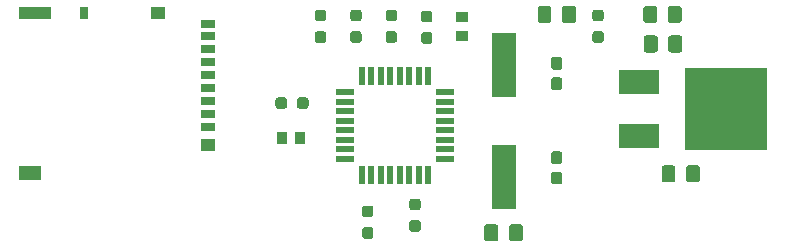
<source format=gbr>
G04 #@! TF.GenerationSoftware,KiCad,Pcbnew,(5.1.5)-3*
G04 #@! TF.CreationDate,2023-01-26T09:30:51+09:00*
G04 #@! TF.ProjectId,raspberrypi_zerow_uhat,72617370-6265-4727-9279-70695f7a6572,1.0*
G04 #@! TF.SameCoordinates,Original*
G04 #@! TF.FileFunction,Paste,Top*
G04 #@! TF.FilePolarity,Positive*
%FSLAX46Y46*%
G04 Gerber Fmt 4.6, Leading zero omitted, Abs format (unit mm)*
G04 Created by KiCad (PCBNEW (5.1.5)-3) date 2023-01-26 09:30:51*
%MOMM*%
%LPD*%
G04 APERTURE LIST*
%ADD10R,1.900000X1.300000*%
%ADD11R,2.800000X1.000000*%
%ADD12R,0.800000X1.000000*%
%ADD13R,1.200000X1.000000*%
%ADD14R,1.200000X0.700000*%
%ADD15R,2.000000X5.500000*%
%ADD16R,0.550000X1.500000*%
%ADD17R,1.500000X0.550000*%
%ADD18R,7.000000X7.000000*%
%ADD19R,3.500000X2.000000*%
%ADD20C,0.100000*%
%ADD21R,1.000000X0.820000*%
%ADD22R,0.820000X1.000000*%
G04 APERTURE END LIST*
D10*
X118932000Y-112968000D03*
D11*
X119382000Y-99468000D03*
D12*
X123532000Y-99468000D03*
D13*
X129732000Y-99468000D03*
X134032000Y-110618000D03*
D14*
X134032000Y-100418000D03*
X134032000Y-101368000D03*
X134032000Y-102468000D03*
X134032000Y-103568000D03*
X134032000Y-104668000D03*
X134032000Y-105768000D03*
X134032000Y-106868000D03*
X134032000Y-107968000D03*
X134032000Y-109068000D03*
D15*
X159032000Y-103818000D03*
X159032000Y-113318000D03*
D16*
X152632000Y-104768000D03*
D17*
X154032000Y-111768000D03*
X154032000Y-110968000D03*
X154032000Y-110168000D03*
X154032000Y-109368000D03*
X154032000Y-108568000D03*
X154032000Y-107768000D03*
X154032000Y-106968000D03*
X154032000Y-106168000D03*
D16*
X151832000Y-104768000D03*
X151032000Y-104768000D03*
X150232000Y-104768000D03*
X149432000Y-104768000D03*
X148632000Y-104768000D03*
X147832000Y-104768000D03*
X147032000Y-104768000D03*
D17*
X145632000Y-106168000D03*
X145632000Y-106968000D03*
X145632000Y-107768000D03*
X145632000Y-108568000D03*
X145632000Y-109368000D03*
X145632000Y-110168000D03*
X145632000Y-110968000D03*
X145632000Y-111768000D03*
D16*
X147032000Y-113168000D03*
X147832000Y-113168000D03*
X148632000Y-113168000D03*
X149432000Y-113168000D03*
X150232000Y-113168000D03*
X151032000Y-113168000D03*
X151832000Y-113168000D03*
X152632000Y-113168000D03*
D18*
X177857000Y-107568000D03*
D19*
X170457000Y-109848000D03*
X170457000Y-105268000D03*
D20*
G36*
X143792779Y-99169144D02*
G01*
X143815834Y-99172563D01*
X143838443Y-99178227D01*
X143860387Y-99186079D01*
X143881457Y-99196044D01*
X143901448Y-99208026D01*
X143920168Y-99221910D01*
X143937438Y-99237562D01*
X143953090Y-99254832D01*
X143966974Y-99273552D01*
X143978956Y-99293543D01*
X143988921Y-99314613D01*
X143996773Y-99336557D01*
X144002437Y-99359166D01*
X144005856Y-99382221D01*
X144007000Y-99405500D01*
X144007000Y-99905500D01*
X144005856Y-99928779D01*
X144002437Y-99951834D01*
X143996773Y-99974443D01*
X143988921Y-99996387D01*
X143978956Y-100017457D01*
X143966974Y-100037448D01*
X143953090Y-100056168D01*
X143937438Y-100073438D01*
X143920168Y-100089090D01*
X143901448Y-100102974D01*
X143881457Y-100114956D01*
X143860387Y-100124921D01*
X143838443Y-100132773D01*
X143815834Y-100138437D01*
X143792779Y-100141856D01*
X143769500Y-100143000D01*
X143294500Y-100143000D01*
X143271221Y-100141856D01*
X143248166Y-100138437D01*
X143225557Y-100132773D01*
X143203613Y-100124921D01*
X143182543Y-100114956D01*
X143162552Y-100102974D01*
X143143832Y-100089090D01*
X143126562Y-100073438D01*
X143110910Y-100056168D01*
X143097026Y-100037448D01*
X143085044Y-100017457D01*
X143075079Y-99996387D01*
X143067227Y-99974443D01*
X143061563Y-99951834D01*
X143058144Y-99928779D01*
X143057000Y-99905500D01*
X143057000Y-99405500D01*
X143058144Y-99382221D01*
X143061563Y-99359166D01*
X143067227Y-99336557D01*
X143075079Y-99314613D01*
X143085044Y-99293543D01*
X143097026Y-99273552D01*
X143110910Y-99254832D01*
X143126562Y-99237562D01*
X143143832Y-99221910D01*
X143162552Y-99208026D01*
X143182543Y-99196044D01*
X143203613Y-99186079D01*
X143225557Y-99178227D01*
X143248166Y-99172563D01*
X143271221Y-99169144D01*
X143294500Y-99168000D01*
X143769500Y-99168000D01*
X143792779Y-99169144D01*
G37*
G36*
X143792779Y-100994144D02*
G01*
X143815834Y-100997563D01*
X143838443Y-101003227D01*
X143860387Y-101011079D01*
X143881457Y-101021044D01*
X143901448Y-101033026D01*
X143920168Y-101046910D01*
X143937438Y-101062562D01*
X143953090Y-101079832D01*
X143966974Y-101098552D01*
X143978956Y-101118543D01*
X143988921Y-101139613D01*
X143996773Y-101161557D01*
X144002437Y-101184166D01*
X144005856Y-101207221D01*
X144007000Y-101230500D01*
X144007000Y-101730500D01*
X144005856Y-101753779D01*
X144002437Y-101776834D01*
X143996773Y-101799443D01*
X143988921Y-101821387D01*
X143978956Y-101842457D01*
X143966974Y-101862448D01*
X143953090Y-101881168D01*
X143937438Y-101898438D01*
X143920168Y-101914090D01*
X143901448Y-101927974D01*
X143881457Y-101939956D01*
X143860387Y-101949921D01*
X143838443Y-101957773D01*
X143815834Y-101963437D01*
X143792779Y-101966856D01*
X143769500Y-101968000D01*
X143294500Y-101968000D01*
X143271221Y-101966856D01*
X143248166Y-101963437D01*
X143225557Y-101957773D01*
X143203613Y-101949921D01*
X143182543Y-101939956D01*
X143162552Y-101927974D01*
X143143832Y-101914090D01*
X143126562Y-101898438D01*
X143110910Y-101881168D01*
X143097026Y-101862448D01*
X143085044Y-101842457D01*
X143075079Y-101821387D01*
X143067227Y-101799443D01*
X143061563Y-101776834D01*
X143058144Y-101753779D01*
X143057000Y-101730500D01*
X143057000Y-101230500D01*
X143058144Y-101207221D01*
X143061563Y-101184166D01*
X143067227Y-101161557D01*
X143075079Y-101139613D01*
X143085044Y-101118543D01*
X143097026Y-101098552D01*
X143110910Y-101079832D01*
X143126562Y-101062562D01*
X143143832Y-101046910D01*
X143162552Y-101033026D01*
X143182543Y-101021044D01*
X143203613Y-101011079D01*
X143225557Y-101003227D01*
X143248166Y-100997563D01*
X143271221Y-100994144D01*
X143294500Y-100993000D01*
X143769500Y-100993000D01*
X143792779Y-100994144D01*
G37*
G36*
X152792779Y-99257144D02*
G01*
X152815834Y-99260563D01*
X152838443Y-99266227D01*
X152860387Y-99274079D01*
X152881457Y-99284044D01*
X152901448Y-99296026D01*
X152920168Y-99309910D01*
X152937438Y-99325562D01*
X152953090Y-99342832D01*
X152966974Y-99361552D01*
X152978956Y-99381543D01*
X152988921Y-99402613D01*
X152996773Y-99424557D01*
X153002437Y-99447166D01*
X153005856Y-99470221D01*
X153007000Y-99493500D01*
X153007000Y-99993500D01*
X153005856Y-100016779D01*
X153002437Y-100039834D01*
X152996773Y-100062443D01*
X152988921Y-100084387D01*
X152978956Y-100105457D01*
X152966974Y-100125448D01*
X152953090Y-100144168D01*
X152937438Y-100161438D01*
X152920168Y-100177090D01*
X152901448Y-100190974D01*
X152881457Y-100202956D01*
X152860387Y-100212921D01*
X152838443Y-100220773D01*
X152815834Y-100226437D01*
X152792779Y-100229856D01*
X152769500Y-100231000D01*
X152294500Y-100231000D01*
X152271221Y-100229856D01*
X152248166Y-100226437D01*
X152225557Y-100220773D01*
X152203613Y-100212921D01*
X152182543Y-100202956D01*
X152162552Y-100190974D01*
X152143832Y-100177090D01*
X152126562Y-100161438D01*
X152110910Y-100144168D01*
X152097026Y-100125448D01*
X152085044Y-100105457D01*
X152075079Y-100084387D01*
X152067227Y-100062443D01*
X152061563Y-100039834D01*
X152058144Y-100016779D01*
X152057000Y-99993500D01*
X152057000Y-99493500D01*
X152058144Y-99470221D01*
X152061563Y-99447166D01*
X152067227Y-99424557D01*
X152075079Y-99402613D01*
X152085044Y-99381543D01*
X152097026Y-99361552D01*
X152110910Y-99342832D01*
X152126562Y-99325562D01*
X152143832Y-99309910D01*
X152162552Y-99296026D01*
X152182543Y-99284044D01*
X152203613Y-99274079D01*
X152225557Y-99266227D01*
X152248166Y-99260563D01*
X152271221Y-99257144D01*
X152294500Y-99256000D01*
X152769500Y-99256000D01*
X152792779Y-99257144D01*
G37*
G36*
X152792779Y-101082144D02*
G01*
X152815834Y-101085563D01*
X152838443Y-101091227D01*
X152860387Y-101099079D01*
X152881457Y-101109044D01*
X152901448Y-101121026D01*
X152920168Y-101134910D01*
X152937438Y-101150562D01*
X152953090Y-101167832D01*
X152966974Y-101186552D01*
X152978956Y-101206543D01*
X152988921Y-101227613D01*
X152996773Y-101249557D01*
X153002437Y-101272166D01*
X153005856Y-101295221D01*
X153007000Y-101318500D01*
X153007000Y-101818500D01*
X153005856Y-101841779D01*
X153002437Y-101864834D01*
X152996773Y-101887443D01*
X152988921Y-101909387D01*
X152978956Y-101930457D01*
X152966974Y-101950448D01*
X152953090Y-101969168D01*
X152937438Y-101986438D01*
X152920168Y-102002090D01*
X152901448Y-102015974D01*
X152881457Y-102027956D01*
X152860387Y-102037921D01*
X152838443Y-102045773D01*
X152815834Y-102051437D01*
X152792779Y-102054856D01*
X152769500Y-102056000D01*
X152294500Y-102056000D01*
X152271221Y-102054856D01*
X152248166Y-102051437D01*
X152225557Y-102045773D01*
X152203613Y-102037921D01*
X152182543Y-102027956D01*
X152162552Y-102015974D01*
X152143832Y-102002090D01*
X152126562Y-101986438D01*
X152110910Y-101969168D01*
X152097026Y-101950448D01*
X152085044Y-101930457D01*
X152075079Y-101909387D01*
X152067227Y-101887443D01*
X152061563Y-101864834D01*
X152058144Y-101841779D01*
X152057000Y-101818500D01*
X152057000Y-101318500D01*
X152058144Y-101295221D01*
X152061563Y-101272166D01*
X152067227Y-101249557D01*
X152075079Y-101227613D01*
X152085044Y-101206543D01*
X152097026Y-101186552D01*
X152110910Y-101167832D01*
X152126562Y-101150562D01*
X152143832Y-101134910D01*
X152162552Y-101121026D01*
X152182543Y-101109044D01*
X152203613Y-101099079D01*
X152225557Y-101091227D01*
X152248166Y-101085563D01*
X152271221Y-101082144D01*
X152294500Y-101081000D01*
X152769500Y-101081000D01*
X152792779Y-101082144D01*
G37*
G36*
X140480779Y-106594144D02*
G01*
X140503834Y-106597563D01*
X140526443Y-106603227D01*
X140548387Y-106611079D01*
X140569457Y-106621044D01*
X140589448Y-106633026D01*
X140608168Y-106646910D01*
X140625438Y-106662562D01*
X140641090Y-106679832D01*
X140654974Y-106698552D01*
X140666956Y-106718543D01*
X140676921Y-106739613D01*
X140684773Y-106761557D01*
X140690437Y-106784166D01*
X140693856Y-106807221D01*
X140695000Y-106830500D01*
X140695000Y-107305500D01*
X140693856Y-107328779D01*
X140690437Y-107351834D01*
X140684773Y-107374443D01*
X140676921Y-107396387D01*
X140666956Y-107417457D01*
X140654974Y-107437448D01*
X140641090Y-107456168D01*
X140625438Y-107473438D01*
X140608168Y-107489090D01*
X140589448Y-107502974D01*
X140569457Y-107514956D01*
X140548387Y-107524921D01*
X140526443Y-107532773D01*
X140503834Y-107538437D01*
X140480779Y-107541856D01*
X140457500Y-107543000D01*
X139957500Y-107543000D01*
X139934221Y-107541856D01*
X139911166Y-107538437D01*
X139888557Y-107532773D01*
X139866613Y-107524921D01*
X139845543Y-107514956D01*
X139825552Y-107502974D01*
X139806832Y-107489090D01*
X139789562Y-107473438D01*
X139773910Y-107456168D01*
X139760026Y-107437448D01*
X139748044Y-107417457D01*
X139738079Y-107396387D01*
X139730227Y-107374443D01*
X139724563Y-107351834D01*
X139721144Y-107328779D01*
X139720000Y-107305500D01*
X139720000Y-106830500D01*
X139721144Y-106807221D01*
X139724563Y-106784166D01*
X139730227Y-106761557D01*
X139738079Y-106739613D01*
X139748044Y-106718543D01*
X139760026Y-106698552D01*
X139773910Y-106679832D01*
X139789562Y-106662562D01*
X139806832Y-106646910D01*
X139825552Y-106633026D01*
X139845543Y-106621044D01*
X139866613Y-106611079D01*
X139888557Y-106603227D01*
X139911166Y-106597563D01*
X139934221Y-106594144D01*
X139957500Y-106593000D01*
X140457500Y-106593000D01*
X140480779Y-106594144D01*
G37*
G36*
X142305779Y-106594144D02*
G01*
X142328834Y-106597563D01*
X142351443Y-106603227D01*
X142373387Y-106611079D01*
X142394457Y-106621044D01*
X142414448Y-106633026D01*
X142433168Y-106646910D01*
X142450438Y-106662562D01*
X142466090Y-106679832D01*
X142479974Y-106698552D01*
X142491956Y-106718543D01*
X142501921Y-106739613D01*
X142509773Y-106761557D01*
X142515437Y-106784166D01*
X142518856Y-106807221D01*
X142520000Y-106830500D01*
X142520000Y-107305500D01*
X142518856Y-107328779D01*
X142515437Y-107351834D01*
X142509773Y-107374443D01*
X142501921Y-107396387D01*
X142491956Y-107417457D01*
X142479974Y-107437448D01*
X142466090Y-107456168D01*
X142450438Y-107473438D01*
X142433168Y-107489090D01*
X142414448Y-107502974D01*
X142394457Y-107514956D01*
X142373387Y-107524921D01*
X142351443Y-107532773D01*
X142328834Y-107538437D01*
X142305779Y-107541856D01*
X142282500Y-107543000D01*
X141782500Y-107543000D01*
X141759221Y-107541856D01*
X141736166Y-107538437D01*
X141713557Y-107532773D01*
X141691613Y-107524921D01*
X141670543Y-107514956D01*
X141650552Y-107502974D01*
X141631832Y-107489090D01*
X141614562Y-107473438D01*
X141598910Y-107456168D01*
X141585026Y-107437448D01*
X141573044Y-107417457D01*
X141563079Y-107396387D01*
X141555227Y-107374443D01*
X141549563Y-107351834D01*
X141546144Y-107328779D01*
X141545000Y-107305500D01*
X141545000Y-106830500D01*
X141546144Y-106807221D01*
X141549563Y-106784166D01*
X141555227Y-106761557D01*
X141563079Y-106739613D01*
X141573044Y-106718543D01*
X141585026Y-106698552D01*
X141598910Y-106679832D01*
X141614562Y-106662562D01*
X141631832Y-106646910D01*
X141650552Y-106633026D01*
X141670543Y-106621044D01*
X141691613Y-106611079D01*
X141713557Y-106603227D01*
X141736166Y-106597563D01*
X141759221Y-106594144D01*
X141782500Y-106593000D01*
X142282500Y-106593000D01*
X142305779Y-106594144D01*
G37*
G36*
X151792779Y-116994144D02*
G01*
X151815834Y-116997563D01*
X151838443Y-117003227D01*
X151860387Y-117011079D01*
X151881457Y-117021044D01*
X151901448Y-117033026D01*
X151920168Y-117046910D01*
X151937438Y-117062562D01*
X151953090Y-117079832D01*
X151966974Y-117098552D01*
X151978956Y-117118543D01*
X151988921Y-117139613D01*
X151996773Y-117161557D01*
X152002437Y-117184166D01*
X152005856Y-117207221D01*
X152007000Y-117230500D01*
X152007000Y-117730500D01*
X152005856Y-117753779D01*
X152002437Y-117776834D01*
X151996773Y-117799443D01*
X151988921Y-117821387D01*
X151978956Y-117842457D01*
X151966974Y-117862448D01*
X151953090Y-117881168D01*
X151937438Y-117898438D01*
X151920168Y-117914090D01*
X151901448Y-117927974D01*
X151881457Y-117939956D01*
X151860387Y-117949921D01*
X151838443Y-117957773D01*
X151815834Y-117963437D01*
X151792779Y-117966856D01*
X151769500Y-117968000D01*
X151294500Y-117968000D01*
X151271221Y-117966856D01*
X151248166Y-117963437D01*
X151225557Y-117957773D01*
X151203613Y-117949921D01*
X151182543Y-117939956D01*
X151162552Y-117927974D01*
X151143832Y-117914090D01*
X151126562Y-117898438D01*
X151110910Y-117881168D01*
X151097026Y-117862448D01*
X151085044Y-117842457D01*
X151075079Y-117821387D01*
X151067227Y-117799443D01*
X151061563Y-117776834D01*
X151058144Y-117753779D01*
X151057000Y-117730500D01*
X151057000Y-117230500D01*
X151058144Y-117207221D01*
X151061563Y-117184166D01*
X151067227Y-117161557D01*
X151075079Y-117139613D01*
X151085044Y-117118543D01*
X151097026Y-117098552D01*
X151110910Y-117079832D01*
X151126562Y-117062562D01*
X151143832Y-117046910D01*
X151162552Y-117033026D01*
X151182543Y-117021044D01*
X151203613Y-117011079D01*
X151225557Y-117003227D01*
X151248166Y-116997563D01*
X151271221Y-116994144D01*
X151294500Y-116993000D01*
X151769500Y-116993000D01*
X151792779Y-116994144D01*
G37*
G36*
X151792779Y-115169144D02*
G01*
X151815834Y-115172563D01*
X151838443Y-115178227D01*
X151860387Y-115186079D01*
X151881457Y-115196044D01*
X151901448Y-115208026D01*
X151920168Y-115221910D01*
X151937438Y-115237562D01*
X151953090Y-115254832D01*
X151966974Y-115273552D01*
X151978956Y-115293543D01*
X151988921Y-115314613D01*
X151996773Y-115336557D01*
X152002437Y-115359166D01*
X152005856Y-115382221D01*
X152007000Y-115405500D01*
X152007000Y-115905500D01*
X152005856Y-115928779D01*
X152002437Y-115951834D01*
X151996773Y-115974443D01*
X151988921Y-115996387D01*
X151978956Y-116017457D01*
X151966974Y-116037448D01*
X151953090Y-116056168D01*
X151937438Y-116073438D01*
X151920168Y-116089090D01*
X151901448Y-116102974D01*
X151881457Y-116114956D01*
X151860387Y-116124921D01*
X151838443Y-116132773D01*
X151815834Y-116138437D01*
X151792779Y-116141856D01*
X151769500Y-116143000D01*
X151294500Y-116143000D01*
X151271221Y-116141856D01*
X151248166Y-116138437D01*
X151225557Y-116132773D01*
X151203613Y-116124921D01*
X151182543Y-116114956D01*
X151162552Y-116102974D01*
X151143832Y-116089090D01*
X151126562Y-116073438D01*
X151110910Y-116056168D01*
X151097026Y-116037448D01*
X151085044Y-116017457D01*
X151075079Y-115996387D01*
X151067227Y-115974443D01*
X151061563Y-115951834D01*
X151058144Y-115928779D01*
X151057000Y-115905500D01*
X151057000Y-115405500D01*
X151058144Y-115382221D01*
X151061563Y-115359166D01*
X151067227Y-115336557D01*
X151075079Y-115314613D01*
X151085044Y-115293543D01*
X151097026Y-115273552D01*
X151110910Y-115254832D01*
X151126562Y-115237562D01*
X151143832Y-115221910D01*
X151162552Y-115208026D01*
X151182543Y-115196044D01*
X151203613Y-115186079D01*
X151225557Y-115178227D01*
X151248166Y-115172563D01*
X151271221Y-115169144D01*
X151294500Y-115168000D01*
X151769500Y-115168000D01*
X151792779Y-115169144D01*
G37*
G36*
X167292779Y-99169144D02*
G01*
X167315834Y-99172563D01*
X167338443Y-99178227D01*
X167360387Y-99186079D01*
X167381457Y-99196044D01*
X167401448Y-99208026D01*
X167420168Y-99221910D01*
X167437438Y-99237562D01*
X167453090Y-99254832D01*
X167466974Y-99273552D01*
X167478956Y-99293543D01*
X167488921Y-99314613D01*
X167496773Y-99336557D01*
X167502437Y-99359166D01*
X167505856Y-99382221D01*
X167507000Y-99405500D01*
X167507000Y-99905500D01*
X167505856Y-99928779D01*
X167502437Y-99951834D01*
X167496773Y-99974443D01*
X167488921Y-99996387D01*
X167478956Y-100017457D01*
X167466974Y-100037448D01*
X167453090Y-100056168D01*
X167437438Y-100073438D01*
X167420168Y-100089090D01*
X167401448Y-100102974D01*
X167381457Y-100114956D01*
X167360387Y-100124921D01*
X167338443Y-100132773D01*
X167315834Y-100138437D01*
X167292779Y-100141856D01*
X167269500Y-100143000D01*
X166794500Y-100143000D01*
X166771221Y-100141856D01*
X166748166Y-100138437D01*
X166725557Y-100132773D01*
X166703613Y-100124921D01*
X166682543Y-100114956D01*
X166662552Y-100102974D01*
X166643832Y-100089090D01*
X166626562Y-100073438D01*
X166610910Y-100056168D01*
X166597026Y-100037448D01*
X166585044Y-100017457D01*
X166575079Y-99996387D01*
X166567227Y-99974443D01*
X166561563Y-99951834D01*
X166558144Y-99928779D01*
X166557000Y-99905500D01*
X166557000Y-99405500D01*
X166558144Y-99382221D01*
X166561563Y-99359166D01*
X166567227Y-99336557D01*
X166575079Y-99314613D01*
X166585044Y-99293543D01*
X166597026Y-99273552D01*
X166610910Y-99254832D01*
X166626562Y-99237562D01*
X166643832Y-99221910D01*
X166662552Y-99208026D01*
X166682543Y-99196044D01*
X166703613Y-99186079D01*
X166725557Y-99178227D01*
X166748166Y-99172563D01*
X166771221Y-99169144D01*
X166794500Y-99168000D01*
X167269500Y-99168000D01*
X167292779Y-99169144D01*
G37*
G36*
X167292779Y-100994144D02*
G01*
X167315834Y-100997563D01*
X167338443Y-101003227D01*
X167360387Y-101011079D01*
X167381457Y-101021044D01*
X167401448Y-101033026D01*
X167420168Y-101046910D01*
X167437438Y-101062562D01*
X167453090Y-101079832D01*
X167466974Y-101098552D01*
X167478956Y-101118543D01*
X167488921Y-101139613D01*
X167496773Y-101161557D01*
X167502437Y-101184166D01*
X167505856Y-101207221D01*
X167507000Y-101230500D01*
X167507000Y-101730500D01*
X167505856Y-101753779D01*
X167502437Y-101776834D01*
X167496773Y-101799443D01*
X167488921Y-101821387D01*
X167478956Y-101842457D01*
X167466974Y-101862448D01*
X167453090Y-101881168D01*
X167437438Y-101898438D01*
X167420168Y-101914090D01*
X167401448Y-101927974D01*
X167381457Y-101939956D01*
X167360387Y-101949921D01*
X167338443Y-101957773D01*
X167315834Y-101963437D01*
X167292779Y-101966856D01*
X167269500Y-101968000D01*
X166794500Y-101968000D01*
X166771221Y-101966856D01*
X166748166Y-101963437D01*
X166725557Y-101957773D01*
X166703613Y-101949921D01*
X166682543Y-101939956D01*
X166662552Y-101927974D01*
X166643832Y-101914090D01*
X166626562Y-101898438D01*
X166610910Y-101881168D01*
X166597026Y-101862448D01*
X166585044Y-101842457D01*
X166575079Y-101821387D01*
X166567227Y-101799443D01*
X166561563Y-101776834D01*
X166558144Y-101753779D01*
X166557000Y-101730500D01*
X166557000Y-101230500D01*
X166558144Y-101207221D01*
X166561563Y-101184166D01*
X166567227Y-101161557D01*
X166575079Y-101139613D01*
X166585044Y-101118543D01*
X166597026Y-101098552D01*
X166610910Y-101079832D01*
X166626562Y-101062562D01*
X166643832Y-101046910D01*
X166662552Y-101033026D01*
X166682543Y-101021044D01*
X166703613Y-101011079D01*
X166725557Y-101003227D01*
X166748166Y-100997563D01*
X166771221Y-100994144D01*
X166794500Y-100993000D01*
X167269500Y-100993000D01*
X167292779Y-100994144D01*
G37*
G36*
X146792779Y-99169144D02*
G01*
X146815834Y-99172563D01*
X146838443Y-99178227D01*
X146860387Y-99186079D01*
X146881457Y-99196044D01*
X146901448Y-99208026D01*
X146920168Y-99221910D01*
X146937438Y-99237562D01*
X146953090Y-99254832D01*
X146966974Y-99273552D01*
X146978956Y-99293543D01*
X146988921Y-99314613D01*
X146996773Y-99336557D01*
X147002437Y-99359166D01*
X147005856Y-99382221D01*
X147007000Y-99405500D01*
X147007000Y-99905500D01*
X147005856Y-99928779D01*
X147002437Y-99951834D01*
X146996773Y-99974443D01*
X146988921Y-99996387D01*
X146978956Y-100017457D01*
X146966974Y-100037448D01*
X146953090Y-100056168D01*
X146937438Y-100073438D01*
X146920168Y-100089090D01*
X146901448Y-100102974D01*
X146881457Y-100114956D01*
X146860387Y-100124921D01*
X146838443Y-100132773D01*
X146815834Y-100138437D01*
X146792779Y-100141856D01*
X146769500Y-100143000D01*
X146294500Y-100143000D01*
X146271221Y-100141856D01*
X146248166Y-100138437D01*
X146225557Y-100132773D01*
X146203613Y-100124921D01*
X146182543Y-100114956D01*
X146162552Y-100102974D01*
X146143832Y-100089090D01*
X146126562Y-100073438D01*
X146110910Y-100056168D01*
X146097026Y-100037448D01*
X146085044Y-100017457D01*
X146075079Y-99996387D01*
X146067227Y-99974443D01*
X146061563Y-99951834D01*
X146058144Y-99928779D01*
X146057000Y-99905500D01*
X146057000Y-99405500D01*
X146058144Y-99382221D01*
X146061563Y-99359166D01*
X146067227Y-99336557D01*
X146075079Y-99314613D01*
X146085044Y-99293543D01*
X146097026Y-99273552D01*
X146110910Y-99254832D01*
X146126562Y-99237562D01*
X146143832Y-99221910D01*
X146162552Y-99208026D01*
X146182543Y-99196044D01*
X146203613Y-99186079D01*
X146225557Y-99178227D01*
X146248166Y-99172563D01*
X146271221Y-99169144D01*
X146294500Y-99168000D01*
X146769500Y-99168000D01*
X146792779Y-99169144D01*
G37*
G36*
X146792779Y-100994144D02*
G01*
X146815834Y-100997563D01*
X146838443Y-101003227D01*
X146860387Y-101011079D01*
X146881457Y-101021044D01*
X146901448Y-101033026D01*
X146920168Y-101046910D01*
X146937438Y-101062562D01*
X146953090Y-101079832D01*
X146966974Y-101098552D01*
X146978956Y-101118543D01*
X146988921Y-101139613D01*
X146996773Y-101161557D01*
X147002437Y-101184166D01*
X147005856Y-101207221D01*
X147007000Y-101230500D01*
X147007000Y-101730500D01*
X147005856Y-101753779D01*
X147002437Y-101776834D01*
X146996773Y-101799443D01*
X146988921Y-101821387D01*
X146978956Y-101842457D01*
X146966974Y-101862448D01*
X146953090Y-101881168D01*
X146937438Y-101898438D01*
X146920168Y-101914090D01*
X146901448Y-101927974D01*
X146881457Y-101939956D01*
X146860387Y-101949921D01*
X146838443Y-101957773D01*
X146815834Y-101963437D01*
X146792779Y-101966856D01*
X146769500Y-101968000D01*
X146294500Y-101968000D01*
X146271221Y-101966856D01*
X146248166Y-101963437D01*
X146225557Y-101957773D01*
X146203613Y-101949921D01*
X146182543Y-101939956D01*
X146162552Y-101927974D01*
X146143832Y-101914090D01*
X146126562Y-101898438D01*
X146110910Y-101881168D01*
X146097026Y-101862448D01*
X146085044Y-101842457D01*
X146075079Y-101821387D01*
X146067227Y-101799443D01*
X146061563Y-101776834D01*
X146058144Y-101753779D01*
X146057000Y-101730500D01*
X146057000Y-101230500D01*
X146058144Y-101207221D01*
X146061563Y-101184166D01*
X146067227Y-101161557D01*
X146075079Y-101139613D01*
X146085044Y-101118543D01*
X146097026Y-101098552D01*
X146110910Y-101079832D01*
X146126562Y-101062562D01*
X146143832Y-101046910D01*
X146162552Y-101033026D01*
X146182543Y-101021044D01*
X146203613Y-101011079D01*
X146225557Y-101003227D01*
X146248166Y-100997563D01*
X146271221Y-100994144D01*
X146294500Y-100993000D01*
X146769500Y-100993000D01*
X146792779Y-100994144D01*
G37*
G36*
X149792779Y-99169144D02*
G01*
X149815834Y-99172563D01*
X149838443Y-99178227D01*
X149860387Y-99186079D01*
X149881457Y-99196044D01*
X149901448Y-99208026D01*
X149920168Y-99221910D01*
X149937438Y-99237562D01*
X149953090Y-99254832D01*
X149966974Y-99273552D01*
X149978956Y-99293543D01*
X149988921Y-99314613D01*
X149996773Y-99336557D01*
X150002437Y-99359166D01*
X150005856Y-99382221D01*
X150007000Y-99405500D01*
X150007000Y-99905500D01*
X150005856Y-99928779D01*
X150002437Y-99951834D01*
X149996773Y-99974443D01*
X149988921Y-99996387D01*
X149978956Y-100017457D01*
X149966974Y-100037448D01*
X149953090Y-100056168D01*
X149937438Y-100073438D01*
X149920168Y-100089090D01*
X149901448Y-100102974D01*
X149881457Y-100114956D01*
X149860387Y-100124921D01*
X149838443Y-100132773D01*
X149815834Y-100138437D01*
X149792779Y-100141856D01*
X149769500Y-100143000D01*
X149294500Y-100143000D01*
X149271221Y-100141856D01*
X149248166Y-100138437D01*
X149225557Y-100132773D01*
X149203613Y-100124921D01*
X149182543Y-100114956D01*
X149162552Y-100102974D01*
X149143832Y-100089090D01*
X149126562Y-100073438D01*
X149110910Y-100056168D01*
X149097026Y-100037448D01*
X149085044Y-100017457D01*
X149075079Y-99996387D01*
X149067227Y-99974443D01*
X149061563Y-99951834D01*
X149058144Y-99928779D01*
X149057000Y-99905500D01*
X149057000Y-99405500D01*
X149058144Y-99382221D01*
X149061563Y-99359166D01*
X149067227Y-99336557D01*
X149075079Y-99314613D01*
X149085044Y-99293543D01*
X149097026Y-99273552D01*
X149110910Y-99254832D01*
X149126562Y-99237562D01*
X149143832Y-99221910D01*
X149162552Y-99208026D01*
X149182543Y-99196044D01*
X149203613Y-99186079D01*
X149225557Y-99178227D01*
X149248166Y-99172563D01*
X149271221Y-99169144D01*
X149294500Y-99168000D01*
X149769500Y-99168000D01*
X149792779Y-99169144D01*
G37*
G36*
X149792779Y-100994144D02*
G01*
X149815834Y-100997563D01*
X149838443Y-101003227D01*
X149860387Y-101011079D01*
X149881457Y-101021044D01*
X149901448Y-101033026D01*
X149920168Y-101046910D01*
X149937438Y-101062562D01*
X149953090Y-101079832D01*
X149966974Y-101098552D01*
X149978956Y-101118543D01*
X149988921Y-101139613D01*
X149996773Y-101161557D01*
X150002437Y-101184166D01*
X150005856Y-101207221D01*
X150007000Y-101230500D01*
X150007000Y-101730500D01*
X150005856Y-101753779D01*
X150002437Y-101776834D01*
X149996773Y-101799443D01*
X149988921Y-101821387D01*
X149978956Y-101842457D01*
X149966974Y-101862448D01*
X149953090Y-101881168D01*
X149937438Y-101898438D01*
X149920168Y-101914090D01*
X149901448Y-101927974D01*
X149881457Y-101939956D01*
X149860387Y-101949921D01*
X149838443Y-101957773D01*
X149815834Y-101963437D01*
X149792779Y-101966856D01*
X149769500Y-101968000D01*
X149294500Y-101968000D01*
X149271221Y-101966856D01*
X149248166Y-101963437D01*
X149225557Y-101957773D01*
X149203613Y-101949921D01*
X149182543Y-101939956D01*
X149162552Y-101927974D01*
X149143832Y-101914090D01*
X149126562Y-101898438D01*
X149110910Y-101881168D01*
X149097026Y-101862448D01*
X149085044Y-101842457D01*
X149075079Y-101821387D01*
X149067227Y-101799443D01*
X149061563Y-101776834D01*
X149058144Y-101753779D01*
X149057000Y-101730500D01*
X149057000Y-101230500D01*
X149058144Y-101207221D01*
X149061563Y-101184166D01*
X149067227Y-101161557D01*
X149075079Y-101139613D01*
X149085044Y-101118543D01*
X149097026Y-101098552D01*
X149110910Y-101079832D01*
X149126562Y-101062562D01*
X149143832Y-101046910D01*
X149162552Y-101033026D01*
X149182543Y-101021044D01*
X149203613Y-101011079D01*
X149225557Y-101003227D01*
X149248166Y-100997563D01*
X149271221Y-100994144D01*
X149294500Y-100993000D01*
X149769500Y-100993000D01*
X149792779Y-100994144D01*
G37*
G36*
X147792779Y-115757144D02*
G01*
X147815834Y-115760563D01*
X147838443Y-115766227D01*
X147860387Y-115774079D01*
X147881457Y-115784044D01*
X147901448Y-115796026D01*
X147920168Y-115809910D01*
X147937438Y-115825562D01*
X147953090Y-115842832D01*
X147966974Y-115861552D01*
X147978956Y-115881543D01*
X147988921Y-115902613D01*
X147996773Y-115924557D01*
X148002437Y-115947166D01*
X148005856Y-115970221D01*
X148007000Y-115993500D01*
X148007000Y-116493500D01*
X148005856Y-116516779D01*
X148002437Y-116539834D01*
X147996773Y-116562443D01*
X147988921Y-116584387D01*
X147978956Y-116605457D01*
X147966974Y-116625448D01*
X147953090Y-116644168D01*
X147937438Y-116661438D01*
X147920168Y-116677090D01*
X147901448Y-116690974D01*
X147881457Y-116702956D01*
X147860387Y-116712921D01*
X147838443Y-116720773D01*
X147815834Y-116726437D01*
X147792779Y-116729856D01*
X147769500Y-116731000D01*
X147294500Y-116731000D01*
X147271221Y-116729856D01*
X147248166Y-116726437D01*
X147225557Y-116720773D01*
X147203613Y-116712921D01*
X147182543Y-116702956D01*
X147162552Y-116690974D01*
X147143832Y-116677090D01*
X147126562Y-116661438D01*
X147110910Y-116644168D01*
X147097026Y-116625448D01*
X147085044Y-116605457D01*
X147075079Y-116584387D01*
X147067227Y-116562443D01*
X147061563Y-116539834D01*
X147058144Y-116516779D01*
X147057000Y-116493500D01*
X147057000Y-115993500D01*
X147058144Y-115970221D01*
X147061563Y-115947166D01*
X147067227Y-115924557D01*
X147075079Y-115902613D01*
X147085044Y-115881543D01*
X147097026Y-115861552D01*
X147110910Y-115842832D01*
X147126562Y-115825562D01*
X147143832Y-115809910D01*
X147162552Y-115796026D01*
X147182543Y-115784044D01*
X147203613Y-115774079D01*
X147225557Y-115766227D01*
X147248166Y-115760563D01*
X147271221Y-115757144D01*
X147294500Y-115756000D01*
X147769500Y-115756000D01*
X147792779Y-115757144D01*
G37*
G36*
X147792779Y-117582144D02*
G01*
X147815834Y-117585563D01*
X147838443Y-117591227D01*
X147860387Y-117599079D01*
X147881457Y-117609044D01*
X147901448Y-117621026D01*
X147920168Y-117634910D01*
X147937438Y-117650562D01*
X147953090Y-117667832D01*
X147966974Y-117686552D01*
X147978956Y-117706543D01*
X147988921Y-117727613D01*
X147996773Y-117749557D01*
X148002437Y-117772166D01*
X148005856Y-117795221D01*
X148007000Y-117818500D01*
X148007000Y-118318500D01*
X148005856Y-118341779D01*
X148002437Y-118364834D01*
X147996773Y-118387443D01*
X147988921Y-118409387D01*
X147978956Y-118430457D01*
X147966974Y-118450448D01*
X147953090Y-118469168D01*
X147937438Y-118486438D01*
X147920168Y-118502090D01*
X147901448Y-118515974D01*
X147881457Y-118527956D01*
X147860387Y-118537921D01*
X147838443Y-118545773D01*
X147815834Y-118551437D01*
X147792779Y-118554856D01*
X147769500Y-118556000D01*
X147294500Y-118556000D01*
X147271221Y-118554856D01*
X147248166Y-118551437D01*
X147225557Y-118545773D01*
X147203613Y-118537921D01*
X147182543Y-118527956D01*
X147162552Y-118515974D01*
X147143832Y-118502090D01*
X147126562Y-118486438D01*
X147110910Y-118469168D01*
X147097026Y-118450448D01*
X147085044Y-118430457D01*
X147075079Y-118409387D01*
X147067227Y-118387443D01*
X147061563Y-118364834D01*
X147058144Y-118341779D01*
X147057000Y-118318500D01*
X147057000Y-117818500D01*
X147058144Y-117795221D01*
X147061563Y-117772166D01*
X147067227Y-117749557D01*
X147075079Y-117727613D01*
X147085044Y-117706543D01*
X147097026Y-117686552D01*
X147110910Y-117667832D01*
X147126562Y-117650562D01*
X147143832Y-117634910D01*
X147162552Y-117621026D01*
X147182543Y-117609044D01*
X147203613Y-117599079D01*
X147225557Y-117591227D01*
X147248166Y-117585563D01*
X147271221Y-117582144D01*
X147294500Y-117581000D01*
X147769500Y-117581000D01*
X147792779Y-117582144D01*
G37*
D21*
X155532000Y-99768000D03*
X155532000Y-101368000D03*
D22*
X140232000Y-110068000D03*
X141832000Y-110068000D03*
D20*
G36*
X158356504Y-117344204D02*
G01*
X158380773Y-117347804D01*
X158404571Y-117353765D01*
X158427671Y-117362030D01*
X158449849Y-117372520D01*
X158470893Y-117385133D01*
X158490598Y-117399747D01*
X158508777Y-117416223D01*
X158525253Y-117434402D01*
X158539867Y-117454107D01*
X158552480Y-117475151D01*
X158562970Y-117497329D01*
X158571235Y-117520429D01*
X158577196Y-117544227D01*
X158580796Y-117568496D01*
X158582000Y-117593000D01*
X158582000Y-118543000D01*
X158580796Y-118567504D01*
X158577196Y-118591773D01*
X158571235Y-118615571D01*
X158562970Y-118638671D01*
X158552480Y-118660849D01*
X158539867Y-118681893D01*
X158525253Y-118701598D01*
X158508777Y-118719777D01*
X158490598Y-118736253D01*
X158470893Y-118750867D01*
X158449849Y-118763480D01*
X158427671Y-118773970D01*
X158404571Y-118782235D01*
X158380773Y-118788196D01*
X158356504Y-118791796D01*
X158332000Y-118793000D01*
X157657000Y-118793000D01*
X157632496Y-118791796D01*
X157608227Y-118788196D01*
X157584429Y-118782235D01*
X157561329Y-118773970D01*
X157539151Y-118763480D01*
X157518107Y-118750867D01*
X157498402Y-118736253D01*
X157480223Y-118719777D01*
X157463747Y-118701598D01*
X157449133Y-118681893D01*
X157436520Y-118660849D01*
X157426030Y-118638671D01*
X157417765Y-118615571D01*
X157411804Y-118591773D01*
X157408204Y-118567504D01*
X157407000Y-118543000D01*
X157407000Y-117593000D01*
X157408204Y-117568496D01*
X157411804Y-117544227D01*
X157417765Y-117520429D01*
X157426030Y-117497329D01*
X157436520Y-117475151D01*
X157449133Y-117454107D01*
X157463747Y-117434402D01*
X157480223Y-117416223D01*
X157498402Y-117399747D01*
X157518107Y-117385133D01*
X157539151Y-117372520D01*
X157561329Y-117362030D01*
X157584429Y-117353765D01*
X157608227Y-117347804D01*
X157632496Y-117344204D01*
X157657000Y-117343000D01*
X158332000Y-117343000D01*
X158356504Y-117344204D01*
G37*
G36*
X160431504Y-117344204D02*
G01*
X160455773Y-117347804D01*
X160479571Y-117353765D01*
X160502671Y-117362030D01*
X160524849Y-117372520D01*
X160545893Y-117385133D01*
X160565598Y-117399747D01*
X160583777Y-117416223D01*
X160600253Y-117434402D01*
X160614867Y-117454107D01*
X160627480Y-117475151D01*
X160637970Y-117497329D01*
X160646235Y-117520429D01*
X160652196Y-117544227D01*
X160655796Y-117568496D01*
X160657000Y-117593000D01*
X160657000Y-118543000D01*
X160655796Y-118567504D01*
X160652196Y-118591773D01*
X160646235Y-118615571D01*
X160637970Y-118638671D01*
X160627480Y-118660849D01*
X160614867Y-118681893D01*
X160600253Y-118701598D01*
X160583777Y-118719777D01*
X160565598Y-118736253D01*
X160545893Y-118750867D01*
X160524849Y-118763480D01*
X160502671Y-118773970D01*
X160479571Y-118782235D01*
X160455773Y-118788196D01*
X160431504Y-118791796D01*
X160407000Y-118793000D01*
X159732000Y-118793000D01*
X159707496Y-118791796D01*
X159683227Y-118788196D01*
X159659429Y-118782235D01*
X159636329Y-118773970D01*
X159614151Y-118763480D01*
X159593107Y-118750867D01*
X159573402Y-118736253D01*
X159555223Y-118719777D01*
X159538747Y-118701598D01*
X159524133Y-118681893D01*
X159511520Y-118660849D01*
X159501030Y-118638671D01*
X159492765Y-118615571D01*
X159486804Y-118591773D01*
X159483204Y-118567504D01*
X159482000Y-118543000D01*
X159482000Y-117593000D01*
X159483204Y-117568496D01*
X159486804Y-117544227D01*
X159492765Y-117520429D01*
X159501030Y-117497329D01*
X159511520Y-117475151D01*
X159524133Y-117454107D01*
X159538747Y-117434402D01*
X159555223Y-117416223D01*
X159573402Y-117399747D01*
X159593107Y-117385133D01*
X159614151Y-117372520D01*
X159636329Y-117362030D01*
X159659429Y-117353765D01*
X159683227Y-117347804D01*
X159707496Y-117344204D01*
X159732000Y-117343000D01*
X160407000Y-117343000D01*
X160431504Y-117344204D01*
G37*
G36*
X163792779Y-103169144D02*
G01*
X163815834Y-103172563D01*
X163838443Y-103178227D01*
X163860387Y-103186079D01*
X163881457Y-103196044D01*
X163901448Y-103208026D01*
X163920168Y-103221910D01*
X163937438Y-103237562D01*
X163953090Y-103254832D01*
X163966974Y-103273552D01*
X163978956Y-103293543D01*
X163988921Y-103314613D01*
X163996773Y-103336557D01*
X164002437Y-103359166D01*
X164005856Y-103382221D01*
X164007000Y-103405500D01*
X164007000Y-104005500D01*
X164005856Y-104028779D01*
X164002437Y-104051834D01*
X163996773Y-104074443D01*
X163988921Y-104096387D01*
X163978956Y-104117457D01*
X163966974Y-104137448D01*
X163953090Y-104156168D01*
X163937438Y-104173438D01*
X163920168Y-104189090D01*
X163901448Y-104202974D01*
X163881457Y-104214956D01*
X163860387Y-104224921D01*
X163838443Y-104232773D01*
X163815834Y-104238437D01*
X163792779Y-104241856D01*
X163769500Y-104243000D01*
X163294500Y-104243000D01*
X163271221Y-104241856D01*
X163248166Y-104238437D01*
X163225557Y-104232773D01*
X163203613Y-104224921D01*
X163182543Y-104214956D01*
X163162552Y-104202974D01*
X163143832Y-104189090D01*
X163126562Y-104173438D01*
X163110910Y-104156168D01*
X163097026Y-104137448D01*
X163085044Y-104117457D01*
X163075079Y-104096387D01*
X163067227Y-104074443D01*
X163061563Y-104051834D01*
X163058144Y-104028779D01*
X163057000Y-104005500D01*
X163057000Y-103405500D01*
X163058144Y-103382221D01*
X163061563Y-103359166D01*
X163067227Y-103336557D01*
X163075079Y-103314613D01*
X163085044Y-103293543D01*
X163097026Y-103273552D01*
X163110910Y-103254832D01*
X163126562Y-103237562D01*
X163143832Y-103221910D01*
X163162552Y-103208026D01*
X163182543Y-103196044D01*
X163203613Y-103186079D01*
X163225557Y-103178227D01*
X163248166Y-103172563D01*
X163271221Y-103169144D01*
X163294500Y-103168000D01*
X163769500Y-103168000D01*
X163792779Y-103169144D01*
G37*
G36*
X163792779Y-104894144D02*
G01*
X163815834Y-104897563D01*
X163838443Y-104903227D01*
X163860387Y-104911079D01*
X163881457Y-104921044D01*
X163901448Y-104933026D01*
X163920168Y-104946910D01*
X163937438Y-104962562D01*
X163953090Y-104979832D01*
X163966974Y-104998552D01*
X163978956Y-105018543D01*
X163988921Y-105039613D01*
X163996773Y-105061557D01*
X164002437Y-105084166D01*
X164005856Y-105107221D01*
X164007000Y-105130500D01*
X164007000Y-105730500D01*
X164005856Y-105753779D01*
X164002437Y-105776834D01*
X163996773Y-105799443D01*
X163988921Y-105821387D01*
X163978956Y-105842457D01*
X163966974Y-105862448D01*
X163953090Y-105881168D01*
X163937438Y-105898438D01*
X163920168Y-105914090D01*
X163901448Y-105927974D01*
X163881457Y-105939956D01*
X163860387Y-105949921D01*
X163838443Y-105957773D01*
X163815834Y-105963437D01*
X163792779Y-105966856D01*
X163769500Y-105968000D01*
X163294500Y-105968000D01*
X163271221Y-105966856D01*
X163248166Y-105963437D01*
X163225557Y-105957773D01*
X163203613Y-105949921D01*
X163182543Y-105939956D01*
X163162552Y-105927974D01*
X163143832Y-105914090D01*
X163126562Y-105898438D01*
X163110910Y-105881168D01*
X163097026Y-105862448D01*
X163085044Y-105842457D01*
X163075079Y-105821387D01*
X163067227Y-105799443D01*
X163061563Y-105776834D01*
X163058144Y-105753779D01*
X163057000Y-105730500D01*
X163057000Y-105130500D01*
X163058144Y-105107221D01*
X163061563Y-105084166D01*
X163067227Y-105061557D01*
X163075079Y-105039613D01*
X163085044Y-105018543D01*
X163097026Y-104998552D01*
X163110910Y-104979832D01*
X163126562Y-104962562D01*
X163143832Y-104946910D01*
X163162552Y-104933026D01*
X163182543Y-104921044D01*
X163203613Y-104911079D01*
X163225557Y-104903227D01*
X163248166Y-104897563D01*
X163271221Y-104894144D01*
X163294500Y-104893000D01*
X163769500Y-104893000D01*
X163792779Y-104894144D01*
G37*
G36*
X163792779Y-112894144D02*
G01*
X163815834Y-112897563D01*
X163838443Y-112903227D01*
X163860387Y-112911079D01*
X163881457Y-112921044D01*
X163901448Y-112933026D01*
X163920168Y-112946910D01*
X163937438Y-112962562D01*
X163953090Y-112979832D01*
X163966974Y-112998552D01*
X163978956Y-113018543D01*
X163988921Y-113039613D01*
X163996773Y-113061557D01*
X164002437Y-113084166D01*
X164005856Y-113107221D01*
X164007000Y-113130500D01*
X164007000Y-113730500D01*
X164005856Y-113753779D01*
X164002437Y-113776834D01*
X163996773Y-113799443D01*
X163988921Y-113821387D01*
X163978956Y-113842457D01*
X163966974Y-113862448D01*
X163953090Y-113881168D01*
X163937438Y-113898438D01*
X163920168Y-113914090D01*
X163901448Y-113927974D01*
X163881457Y-113939956D01*
X163860387Y-113949921D01*
X163838443Y-113957773D01*
X163815834Y-113963437D01*
X163792779Y-113966856D01*
X163769500Y-113968000D01*
X163294500Y-113968000D01*
X163271221Y-113966856D01*
X163248166Y-113963437D01*
X163225557Y-113957773D01*
X163203613Y-113949921D01*
X163182543Y-113939956D01*
X163162552Y-113927974D01*
X163143832Y-113914090D01*
X163126562Y-113898438D01*
X163110910Y-113881168D01*
X163097026Y-113862448D01*
X163085044Y-113842457D01*
X163075079Y-113821387D01*
X163067227Y-113799443D01*
X163061563Y-113776834D01*
X163058144Y-113753779D01*
X163057000Y-113730500D01*
X163057000Y-113130500D01*
X163058144Y-113107221D01*
X163061563Y-113084166D01*
X163067227Y-113061557D01*
X163075079Y-113039613D01*
X163085044Y-113018543D01*
X163097026Y-112998552D01*
X163110910Y-112979832D01*
X163126562Y-112962562D01*
X163143832Y-112946910D01*
X163162552Y-112933026D01*
X163182543Y-112921044D01*
X163203613Y-112911079D01*
X163225557Y-112903227D01*
X163248166Y-112897563D01*
X163271221Y-112894144D01*
X163294500Y-112893000D01*
X163769500Y-112893000D01*
X163792779Y-112894144D01*
G37*
G36*
X163792779Y-111169144D02*
G01*
X163815834Y-111172563D01*
X163838443Y-111178227D01*
X163860387Y-111186079D01*
X163881457Y-111196044D01*
X163901448Y-111208026D01*
X163920168Y-111221910D01*
X163937438Y-111237562D01*
X163953090Y-111254832D01*
X163966974Y-111273552D01*
X163978956Y-111293543D01*
X163988921Y-111314613D01*
X163996773Y-111336557D01*
X164002437Y-111359166D01*
X164005856Y-111382221D01*
X164007000Y-111405500D01*
X164007000Y-112005500D01*
X164005856Y-112028779D01*
X164002437Y-112051834D01*
X163996773Y-112074443D01*
X163988921Y-112096387D01*
X163978956Y-112117457D01*
X163966974Y-112137448D01*
X163953090Y-112156168D01*
X163937438Y-112173438D01*
X163920168Y-112189090D01*
X163901448Y-112202974D01*
X163881457Y-112214956D01*
X163860387Y-112224921D01*
X163838443Y-112232773D01*
X163815834Y-112238437D01*
X163792779Y-112241856D01*
X163769500Y-112243000D01*
X163294500Y-112243000D01*
X163271221Y-112241856D01*
X163248166Y-112238437D01*
X163225557Y-112232773D01*
X163203613Y-112224921D01*
X163182543Y-112214956D01*
X163162552Y-112202974D01*
X163143832Y-112189090D01*
X163126562Y-112173438D01*
X163110910Y-112156168D01*
X163097026Y-112137448D01*
X163085044Y-112117457D01*
X163075079Y-112096387D01*
X163067227Y-112074443D01*
X163061563Y-112051834D01*
X163058144Y-112028779D01*
X163057000Y-112005500D01*
X163057000Y-111405500D01*
X163058144Y-111382221D01*
X163061563Y-111359166D01*
X163067227Y-111336557D01*
X163075079Y-111314613D01*
X163085044Y-111293543D01*
X163097026Y-111273552D01*
X163110910Y-111254832D01*
X163126562Y-111237562D01*
X163143832Y-111221910D01*
X163162552Y-111208026D01*
X163182543Y-111196044D01*
X163203613Y-111186079D01*
X163225557Y-111178227D01*
X163248166Y-111172563D01*
X163271221Y-111169144D01*
X163294500Y-111168000D01*
X163769500Y-111168000D01*
X163792779Y-111169144D01*
G37*
G36*
X171856504Y-101344204D02*
G01*
X171880773Y-101347804D01*
X171904571Y-101353765D01*
X171927671Y-101362030D01*
X171949849Y-101372520D01*
X171970893Y-101385133D01*
X171990598Y-101399747D01*
X172008777Y-101416223D01*
X172025253Y-101434402D01*
X172039867Y-101454107D01*
X172052480Y-101475151D01*
X172062970Y-101497329D01*
X172071235Y-101520429D01*
X172077196Y-101544227D01*
X172080796Y-101568496D01*
X172082000Y-101593000D01*
X172082000Y-102543000D01*
X172080796Y-102567504D01*
X172077196Y-102591773D01*
X172071235Y-102615571D01*
X172062970Y-102638671D01*
X172052480Y-102660849D01*
X172039867Y-102681893D01*
X172025253Y-102701598D01*
X172008777Y-102719777D01*
X171990598Y-102736253D01*
X171970893Y-102750867D01*
X171949849Y-102763480D01*
X171927671Y-102773970D01*
X171904571Y-102782235D01*
X171880773Y-102788196D01*
X171856504Y-102791796D01*
X171832000Y-102793000D01*
X171157000Y-102793000D01*
X171132496Y-102791796D01*
X171108227Y-102788196D01*
X171084429Y-102782235D01*
X171061329Y-102773970D01*
X171039151Y-102763480D01*
X171018107Y-102750867D01*
X170998402Y-102736253D01*
X170980223Y-102719777D01*
X170963747Y-102701598D01*
X170949133Y-102681893D01*
X170936520Y-102660849D01*
X170926030Y-102638671D01*
X170917765Y-102615571D01*
X170911804Y-102591773D01*
X170908204Y-102567504D01*
X170907000Y-102543000D01*
X170907000Y-101593000D01*
X170908204Y-101568496D01*
X170911804Y-101544227D01*
X170917765Y-101520429D01*
X170926030Y-101497329D01*
X170936520Y-101475151D01*
X170949133Y-101454107D01*
X170963747Y-101434402D01*
X170980223Y-101416223D01*
X170998402Y-101399747D01*
X171018107Y-101385133D01*
X171039151Y-101372520D01*
X171061329Y-101362030D01*
X171084429Y-101353765D01*
X171108227Y-101347804D01*
X171132496Y-101344204D01*
X171157000Y-101343000D01*
X171832000Y-101343000D01*
X171856504Y-101344204D01*
G37*
G36*
X173931504Y-101344204D02*
G01*
X173955773Y-101347804D01*
X173979571Y-101353765D01*
X174002671Y-101362030D01*
X174024849Y-101372520D01*
X174045893Y-101385133D01*
X174065598Y-101399747D01*
X174083777Y-101416223D01*
X174100253Y-101434402D01*
X174114867Y-101454107D01*
X174127480Y-101475151D01*
X174137970Y-101497329D01*
X174146235Y-101520429D01*
X174152196Y-101544227D01*
X174155796Y-101568496D01*
X174157000Y-101593000D01*
X174157000Y-102543000D01*
X174155796Y-102567504D01*
X174152196Y-102591773D01*
X174146235Y-102615571D01*
X174137970Y-102638671D01*
X174127480Y-102660849D01*
X174114867Y-102681893D01*
X174100253Y-102701598D01*
X174083777Y-102719777D01*
X174065598Y-102736253D01*
X174045893Y-102750867D01*
X174024849Y-102763480D01*
X174002671Y-102773970D01*
X173979571Y-102782235D01*
X173955773Y-102788196D01*
X173931504Y-102791796D01*
X173907000Y-102793000D01*
X173232000Y-102793000D01*
X173207496Y-102791796D01*
X173183227Y-102788196D01*
X173159429Y-102782235D01*
X173136329Y-102773970D01*
X173114151Y-102763480D01*
X173093107Y-102750867D01*
X173073402Y-102736253D01*
X173055223Y-102719777D01*
X173038747Y-102701598D01*
X173024133Y-102681893D01*
X173011520Y-102660849D01*
X173001030Y-102638671D01*
X172992765Y-102615571D01*
X172986804Y-102591773D01*
X172983204Y-102567504D01*
X172982000Y-102543000D01*
X172982000Y-101593000D01*
X172983204Y-101568496D01*
X172986804Y-101544227D01*
X172992765Y-101520429D01*
X173001030Y-101497329D01*
X173011520Y-101475151D01*
X173024133Y-101454107D01*
X173038747Y-101434402D01*
X173055223Y-101416223D01*
X173073402Y-101399747D01*
X173093107Y-101385133D01*
X173114151Y-101372520D01*
X173136329Y-101362030D01*
X173159429Y-101353765D01*
X173183227Y-101347804D01*
X173207496Y-101344204D01*
X173232000Y-101343000D01*
X173907000Y-101343000D01*
X173931504Y-101344204D01*
G37*
G36*
X171818504Y-98844204D02*
G01*
X171842773Y-98847804D01*
X171866571Y-98853765D01*
X171889671Y-98862030D01*
X171911849Y-98872520D01*
X171932893Y-98885133D01*
X171952598Y-98899747D01*
X171970777Y-98916223D01*
X171987253Y-98934402D01*
X172001867Y-98954107D01*
X172014480Y-98975151D01*
X172024970Y-98997329D01*
X172033235Y-99020429D01*
X172039196Y-99044227D01*
X172042796Y-99068496D01*
X172044000Y-99093000D01*
X172044000Y-100043000D01*
X172042796Y-100067504D01*
X172039196Y-100091773D01*
X172033235Y-100115571D01*
X172024970Y-100138671D01*
X172014480Y-100160849D01*
X172001867Y-100181893D01*
X171987253Y-100201598D01*
X171970777Y-100219777D01*
X171952598Y-100236253D01*
X171932893Y-100250867D01*
X171911849Y-100263480D01*
X171889671Y-100273970D01*
X171866571Y-100282235D01*
X171842773Y-100288196D01*
X171818504Y-100291796D01*
X171794000Y-100293000D01*
X171119000Y-100293000D01*
X171094496Y-100291796D01*
X171070227Y-100288196D01*
X171046429Y-100282235D01*
X171023329Y-100273970D01*
X171001151Y-100263480D01*
X170980107Y-100250867D01*
X170960402Y-100236253D01*
X170942223Y-100219777D01*
X170925747Y-100201598D01*
X170911133Y-100181893D01*
X170898520Y-100160849D01*
X170888030Y-100138671D01*
X170879765Y-100115571D01*
X170873804Y-100091773D01*
X170870204Y-100067504D01*
X170869000Y-100043000D01*
X170869000Y-99093000D01*
X170870204Y-99068496D01*
X170873804Y-99044227D01*
X170879765Y-99020429D01*
X170888030Y-98997329D01*
X170898520Y-98975151D01*
X170911133Y-98954107D01*
X170925747Y-98934402D01*
X170942223Y-98916223D01*
X170960402Y-98899747D01*
X170980107Y-98885133D01*
X171001151Y-98872520D01*
X171023329Y-98862030D01*
X171046429Y-98853765D01*
X171070227Y-98847804D01*
X171094496Y-98844204D01*
X171119000Y-98843000D01*
X171794000Y-98843000D01*
X171818504Y-98844204D01*
G37*
G36*
X173893504Y-98844204D02*
G01*
X173917773Y-98847804D01*
X173941571Y-98853765D01*
X173964671Y-98862030D01*
X173986849Y-98872520D01*
X174007893Y-98885133D01*
X174027598Y-98899747D01*
X174045777Y-98916223D01*
X174062253Y-98934402D01*
X174076867Y-98954107D01*
X174089480Y-98975151D01*
X174099970Y-98997329D01*
X174108235Y-99020429D01*
X174114196Y-99044227D01*
X174117796Y-99068496D01*
X174119000Y-99093000D01*
X174119000Y-100043000D01*
X174117796Y-100067504D01*
X174114196Y-100091773D01*
X174108235Y-100115571D01*
X174099970Y-100138671D01*
X174089480Y-100160849D01*
X174076867Y-100181893D01*
X174062253Y-100201598D01*
X174045777Y-100219777D01*
X174027598Y-100236253D01*
X174007893Y-100250867D01*
X173986849Y-100263480D01*
X173964671Y-100273970D01*
X173941571Y-100282235D01*
X173917773Y-100288196D01*
X173893504Y-100291796D01*
X173869000Y-100293000D01*
X173194000Y-100293000D01*
X173169496Y-100291796D01*
X173145227Y-100288196D01*
X173121429Y-100282235D01*
X173098329Y-100273970D01*
X173076151Y-100263480D01*
X173055107Y-100250867D01*
X173035402Y-100236253D01*
X173017223Y-100219777D01*
X173000747Y-100201598D01*
X172986133Y-100181893D01*
X172973520Y-100160849D01*
X172963030Y-100138671D01*
X172954765Y-100115571D01*
X172948804Y-100091773D01*
X172945204Y-100067504D01*
X172944000Y-100043000D01*
X172944000Y-99093000D01*
X172945204Y-99068496D01*
X172948804Y-99044227D01*
X172954765Y-99020429D01*
X172963030Y-98997329D01*
X172973520Y-98975151D01*
X172986133Y-98954107D01*
X173000747Y-98934402D01*
X173017223Y-98916223D01*
X173035402Y-98899747D01*
X173055107Y-98885133D01*
X173076151Y-98872520D01*
X173098329Y-98862030D01*
X173121429Y-98853765D01*
X173145227Y-98847804D01*
X173169496Y-98844204D01*
X173194000Y-98843000D01*
X173869000Y-98843000D01*
X173893504Y-98844204D01*
G37*
G36*
X173356504Y-112344204D02*
G01*
X173380773Y-112347804D01*
X173404571Y-112353765D01*
X173427671Y-112362030D01*
X173449849Y-112372520D01*
X173470893Y-112385133D01*
X173490598Y-112399747D01*
X173508777Y-112416223D01*
X173525253Y-112434402D01*
X173539867Y-112454107D01*
X173552480Y-112475151D01*
X173562970Y-112497329D01*
X173571235Y-112520429D01*
X173577196Y-112544227D01*
X173580796Y-112568496D01*
X173582000Y-112593000D01*
X173582000Y-113543000D01*
X173580796Y-113567504D01*
X173577196Y-113591773D01*
X173571235Y-113615571D01*
X173562970Y-113638671D01*
X173552480Y-113660849D01*
X173539867Y-113681893D01*
X173525253Y-113701598D01*
X173508777Y-113719777D01*
X173490598Y-113736253D01*
X173470893Y-113750867D01*
X173449849Y-113763480D01*
X173427671Y-113773970D01*
X173404571Y-113782235D01*
X173380773Y-113788196D01*
X173356504Y-113791796D01*
X173332000Y-113793000D01*
X172657000Y-113793000D01*
X172632496Y-113791796D01*
X172608227Y-113788196D01*
X172584429Y-113782235D01*
X172561329Y-113773970D01*
X172539151Y-113763480D01*
X172518107Y-113750867D01*
X172498402Y-113736253D01*
X172480223Y-113719777D01*
X172463747Y-113701598D01*
X172449133Y-113681893D01*
X172436520Y-113660849D01*
X172426030Y-113638671D01*
X172417765Y-113615571D01*
X172411804Y-113591773D01*
X172408204Y-113567504D01*
X172407000Y-113543000D01*
X172407000Y-112593000D01*
X172408204Y-112568496D01*
X172411804Y-112544227D01*
X172417765Y-112520429D01*
X172426030Y-112497329D01*
X172436520Y-112475151D01*
X172449133Y-112454107D01*
X172463747Y-112434402D01*
X172480223Y-112416223D01*
X172498402Y-112399747D01*
X172518107Y-112385133D01*
X172539151Y-112372520D01*
X172561329Y-112362030D01*
X172584429Y-112353765D01*
X172608227Y-112347804D01*
X172632496Y-112344204D01*
X172657000Y-112343000D01*
X173332000Y-112343000D01*
X173356504Y-112344204D01*
G37*
G36*
X175431504Y-112344204D02*
G01*
X175455773Y-112347804D01*
X175479571Y-112353765D01*
X175502671Y-112362030D01*
X175524849Y-112372520D01*
X175545893Y-112385133D01*
X175565598Y-112399747D01*
X175583777Y-112416223D01*
X175600253Y-112434402D01*
X175614867Y-112454107D01*
X175627480Y-112475151D01*
X175637970Y-112497329D01*
X175646235Y-112520429D01*
X175652196Y-112544227D01*
X175655796Y-112568496D01*
X175657000Y-112593000D01*
X175657000Y-113543000D01*
X175655796Y-113567504D01*
X175652196Y-113591773D01*
X175646235Y-113615571D01*
X175637970Y-113638671D01*
X175627480Y-113660849D01*
X175614867Y-113681893D01*
X175600253Y-113701598D01*
X175583777Y-113719777D01*
X175565598Y-113736253D01*
X175545893Y-113750867D01*
X175524849Y-113763480D01*
X175502671Y-113773970D01*
X175479571Y-113782235D01*
X175455773Y-113788196D01*
X175431504Y-113791796D01*
X175407000Y-113793000D01*
X174732000Y-113793000D01*
X174707496Y-113791796D01*
X174683227Y-113788196D01*
X174659429Y-113782235D01*
X174636329Y-113773970D01*
X174614151Y-113763480D01*
X174593107Y-113750867D01*
X174573402Y-113736253D01*
X174555223Y-113719777D01*
X174538747Y-113701598D01*
X174524133Y-113681893D01*
X174511520Y-113660849D01*
X174501030Y-113638671D01*
X174492765Y-113615571D01*
X174486804Y-113591773D01*
X174483204Y-113567504D01*
X174482000Y-113543000D01*
X174482000Y-112593000D01*
X174483204Y-112568496D01*
X174486804Y-112544227D01*
X174492765Y-112520429D01*
X174501030Y-112497329D01*
X174511520Y-112475151D01*
X174524133Y-112454107D01*
X174538747Y-112434402D01*
X174555223Y-112416223D01*
X174573402Y-112399747D01*
X174593107Y-112385133D01*
X174614151Y-112372520D01*
X174636329Y-112362030D01*
X174659429Y-112353765D01*
X174683227Y-112347804D01*
X174707496Y-112344204D01*
X174732000Y-112343000D01*
X175407000Y-112343000D01*
X175431504Y-112344204D01*
G37*
G36*
X162856504Y-98844204D02*
G01*
X162880773Y-98847804D01*
X162904571Y-98853765D01*
X162927671Y-98862030D01*
X162949849Y-98872520D01*
X162970893Y-98885133D01*
X162990598Y-98899747D01*
X163008777Y-98916223D01*
X163025253Y-98934402D01*
X163039867Y-98954107D01*
X163052480Y-98975151D01*
X163062970Y-98997329D01*
X163071235Y-99020429D01*
X163077196Y-99044227D01*
X163080796Y-99068496D01*
X163082000Y-99093000D01*
X163082000Y-100043000D01*
X163080796Y-100067504D01*
X163077196Y-100091773D01*
X163071235Y-100115571D01*
X163062970Y-100138671D01*
X163052480Y-100160849D01*
X163039867Y-100181893D01*
X163025253Y-100201598D01*
X163008777Y-100219777D01*
X162990598Y-100236253D01*
X162970893Y-100250867D01*
X162949849Y-100263480D01*
X162927671Y-100273970D01*
X162904571Y-100282235D01*
X162880773Y-100288196D01*
X162856504Y-100291796D01*
X162832000Y-100293000D01*
X162157000Y-100293000D01*
X162132496Y-100291796D01*
X162108227Y-100288196D01*
X162084429Y-100282235D01*
X162061329Y-100273970D01*
X162039151Y-100263480D01*
X162018107Y-100250867D01*
X161998402Y-100236253D01*
X161980223Y-100219777D01*
X161963747Y-100201598D01*
X161949133Y-100181893D01*
X161936520Y-100160849D01*
X161926030Y-100138671D01*
X161917765Y-100115571D01*
X161911804Y-100091773D01*
X161908204Y-100067504D01*
X161907000Y-100043000D01*
X161907000Y-99093000D01*
X161908204Y-99068496D01*
X161911804Y-99044227D01*
X161917765Y-99020429D01*
X161926030Y-98997329D01*
X161936520Y-98975151D01*
X161949133Y-98954107D01*
X161963747Y-98934402D01*
X161980223Y-98916223D01*
X161998402Y-98899747D01*
X162018107Y-98885133D01*
X162039151Y-98872520D01*
X162061329Y-98862030D01*
X162084429Y-98853765D01*
X162108227Y-98847804D01*
X162132496Y-98844204D01*
X162157000Y-98843000D01*
X162832000Y-98843000D01*
X162856504Y-98844204D01*
G37*
G36*
X164931504Y-98844204D02*
G01*
X164955773Y-98847804D01*
X164979571Y-98853765D01*
X165002671Y-98862030D01*
X165024849Y-98872520D01*
X165045893Y-98885133D01*
X165065598Y-98899747D01*
X165083777Y-98916223D01*
X165100253Y-98934402D01*
X165114867Y-98954107D01*
X165127480Y-98975151D01*
X165137970Y-98997329D01*
X165146235Y-99020429D01*
X165152196Y-99044227D01*
X165155796Y-99068496D01*
X165157000Y-99093000D01*
X165157000Y-100043000D01*
X165155796Y-100067504D01*
X165152196Y-100091773D01*
X165146235Y-100115571D01*
X165137970Y-100138671D01*
X165127480Y-100160849D01*
X165114867Y-100181893D01*
X165100253Y-100201598D01*
X165083777Y-100219777D01*
X165065598Y-100236253D01*
X165045893Y-100250867D01*
X165024849Y-100263480D01*
X165002671Y-100273970D01*
X164979571Y-100282235D01*
X164955773Y-100288196D01*
X164931504Y-100291796D01*
X164907000Y-100293000D01*
X164232000Y-100293000D01*
X164207496Y-100291796D01*
X164183227Y-100288196D01*
X164159429Y-100282235D01*
X164136329Y-100273970D01*
X164114151Y-100263480D01*
X164093107Y-100250867D01*
X164073402Y-100236253D01*
X164055223Y-100219777D01*
X164038747Y-100201598D01*
X164024133Y-100181893D01*
X164011520Y-100160849D01*
X164001030Y-100138671D01*
X163992765Y-100115571D01*
X163986804Y-100091773D01*
X163983204Y-100067504D01*
X163982000Y-100043000D01*
X163982000Y-99093000D01*
X163983204Y-99068496D01*
X163986804Y-99044227D01*
X163992765Y-99020429D01*
X164001030Y-98997329D01*
X164011520Y-98975151D01*
X164024133Y-98954107D01*
X164038747Y-98934402D01*
X164055223Y-98916223D01*
X164073402Y-98899747D01*
X164093107Y-98885133D01*
X164114151Y-98872520D01*
X164136329Y-98862030D01*
X164159429Y-98853765D01*
X164183227Y-98847804D01*
X164207496Y-98844204D01*
X164232000Y-98843000D01*
X164907000Y-98843000D01*
X164931504Y-98844204D01*
G37*
M02*

</source>
